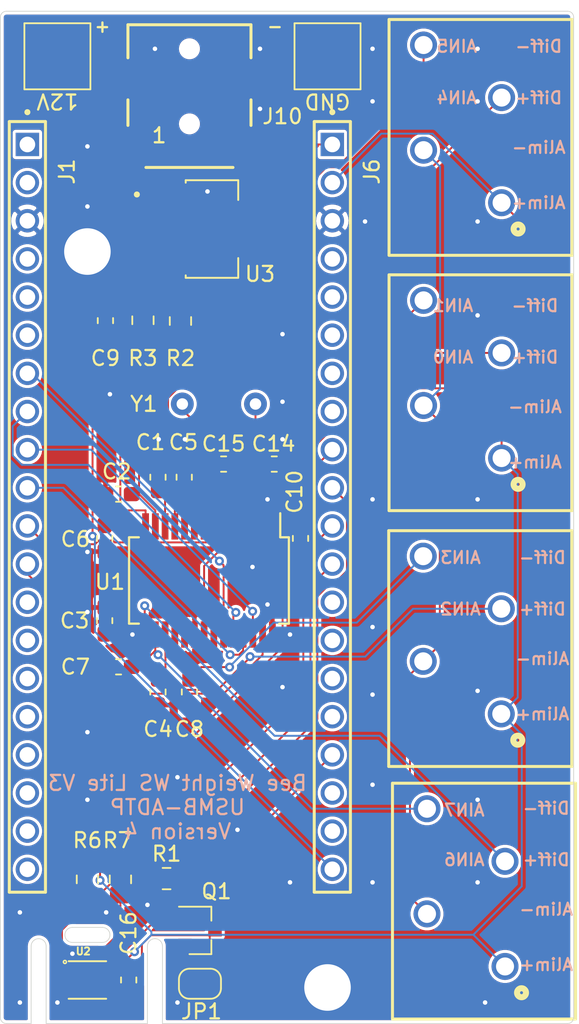
<source format=kicad_pcb>
(kicad_pcb (version 20171130) (host pcbnew "(5.1.4)-1")
  (title_block (title "Mesure Poids ADS1241 - HTIT-WSL_V3") (date 2023-08-30) (rev V4) (company ADTP) (comment 1 "Picolli board avec ajout de capteur de T°"))
  (layers (0 Front signal) (1 In1.Cu signal) (2 In2.Cu signal) (31 Back signal) (34 B.Paste user) (35 F.Paste user) (36 B.SilkS user) (37 F.SilkS user) (38 B.Mask user) (39 F.Mask user) (44 Edge.Cuts user))
  (net 0 "")
  (net 1 GND)
  (net 2 /AIN1)
  (net 3 /AIN4)
  (net 4 /AIN6)
  (net 5 /AIN2)
  (net 6 /AIN0)
  (net 7 /AIN5)
  (net 8 /AIN7)
  (net 9 /AIN3)
  (net 10 /3V3)
  (net 11 "Net-(C14-Pad2)")
  (net 12 "Net-(C15-Pad1)")
  (net 13 /GND_LowPower)
  (net 14 "Net-(J10-Pad3)")
  (net 15 "Net-(J1-Pad01)")
  (net 16 "Net-(J1-Pad02)")
  (net 17 "Net-(J1-Pad04)")
  (net 18 "Net-(J1-Pad05)")
  (net 19 "Net-(J1-Pad06)")
  (net 20 "Net-(J1-Pad13)")
  (net 21 "Net-(J1-Pad14)")
  (net 22 "Net-(J1-Pad15)")
  (net 23 "Net-(J1-Pad16)")
  (net 24 "Net-(J1-Pad17)")
  (net 25 "Net-(J1-Pad18)")
  (net 26 "Net-(J1-Pad19)")
  (net 27 "Net-(J1-Pad20)")
  (net 28 "Net-(J6-Pad04)")
  (net 29 "Net-(J6-Pad05)")
  (net 30 "Net-(J6-Pad06)")
  (net 31 "Net-(J6-Pad07)")
  (net 32 "Net-(J6-Pad08)")
  (net 33 "Net-(J6-Pad13)")
  (net 34 "Net-(J6-Pad14)")
  (net 35 "Net-(J6-Pad15)")
  (net 36 "Net-(J6-Pad16)")
  (net 37 "Net-(J6-Pad18)")
  (net 38 "Net-(J6-Pad19)")
  (net 39 /12V)
  (net 40 /VDD_5V)
  (net 41 /IO4_VBAT_12V)
  (net 42 /IO34_CS)
  (net 43 /IO35_MOSI)
  (net 44 /IO36_SCLK)
  (net 45 /IO37_MISO)
  (net 46 /IO38_PDWN)
  (net 47 /IO39_DRDY)
  (net 48 /IO18_SCL)
  (net 49 /IO21_SHT_RST)
  (net 50 /IO19_SHT_ALERT)
  (net 51 /IO17_SDA)
  (net 52 /IO7_CMD_MOS)
  (module USMB_Syl_Mont:ADS1241 (layer Front) (at 171.45 87.9 270)
    (fp_text reference U1 (at 0.1 12.95 180) (layer F.SilkS))
    (fp_text value ADS1241 hide)
    (pad 14 smd rect (at -3.6 10.575 270) (size 1.75 0.45) (layers Front F.Paste F.Mask) (net 7 /AIN5))
    (pad 28 smd rect (at 3.6 2.125 270) (size 1.75 0.45) (layers Front F.Paste F.Mask) (net 1 GND))
    (pad 6 smd rect (at -3.6 5.375 270) (size 1.75 0.45) (layers Front F.Paste F.Mask))
    (pad 24 smd rect (at 3.6 4.725 270) (size 1.75 0.45) (layers Front F.Paste F.Mask) (net 43 /IO35_MOSI))
    (pad 26 smd rect (at 3.6 3.425 270) (size 1.75 0.45) (layers Front F.Paste F.Mask) (net 44 /IO36_SCLK))
    (pad 11 smd rect (at -3.6 8.625 270) (size 1.75 0.45) (layers Front F.Paste F.Mask) (net 6 /AIN0))
    (pad 17 smd rect (at 3.6 9.275 270) (size 1.75 0.45) (layers Front F.Paste F.Mask) (net 5 /AIN2))
    (pad 12 smd rect (at -3.6 9.275 270) (size 1.75 0.45) (layers Front F.Paste F.Mask) (net 2 /AIN1))
    (pad 9 smd rect (at -3.6 7.325 270) (size 1.75 0.45) (layers Front F.Paste F.Mask) (net 10 /3V3))
    (pad 15 smd rect (at 3.6 10.575 270) (size 1.75 0.45) (layers Front F.Paste F.Mask) (net 4 /AIN6))
    (pad 19 smd rect (at 3.6 7.975 270) (size 1.75 0.45) (layers Front F.Paste F.Mask) (net 1 GND))
    (pad 20 smd rect (at 3.6 7.325 270) (size 1.75 0.45) (layers Front F.Paste F.Mask) (net 1 GND))
    (pad 10 smd rect (at -3.6 7.975 270) (size 1.75 0.45) (layers Front F.Paste F.Mask) (net 1 GND))
    (pad 22 smd rect (at 3.6 6.025 270) (size 1.75 0.45) (layers Front F.Paste F.Mask) (net 1 GND))
    (pad 7 smd rect (at -3.6 6.025 270) (size 1.75 0.45) (layers Front F.Paste F.Mask) (net 46 /IO38_PDWN))
    (pad 21 smd rect (at 3.6 6.675 270) (size 1.75 0.45) (layers Front F.Paste F.Mask) (net 10 /3V3))
    (pad 16 smd rect (at 3.6 9.925 270) (size 1.75 0.45) (layers Front F.Paste F.Mask) (net 8 /AIN7))
    (pad 23 smd rect (at 3.6 5.375 270) (size 1.75 0.45) (layers Front F.Paste F.Mask) (net 42 /IO34_CS))
    (pad 18 smd rect (at 3.6 8.625 270) (size 1.75 0.45) (layers Front F.Paste F.Mask) (net 9 /AIN3))
    (pad 27 smd rect (at 3.6 2.775 270) (size 1.75 0.45) (layers Front F.Paste F.Mask) (net 47 /IO39_DRDY))
    (pad 8 smd rect (at -3.6 6.675 270) (size 1.75 0.45) (layers Front F.Paste F.Mask))
    (pad 25 smd rect (at 3.6 4.075 270) (size 1.75 0.45) (layers Front F.Paste F.Mask) (net 45 /IO37_MISO))
    (pad 13 smd rect (at -3.6 9.925 270) (size 1.75 0.45) (layers Front F.Paste F.Mask) (net 3 /AIN4))
    (pad 1 smd rect (at -3.6 2.125 270) (size 1.75 0.45) (layers Front F.Paste F.Mask) (net 10 /3V3))
    (pad 3 smd rect (at -3.6 3.425 270) (size 1.75 0.45) (layers Front F.Paste F.Mask) (net 11 "Net-(C14-Pad2)"))
    (pad 2 smd rect (at -3.6 2.775 270) (size 1.75 0.45) (layers Front F.Paste F.Mask) (net 1 GND))
    (pad 5 smd rect (at -3.6 4.725 270) (size 1.75 0.45) (layers Front F.Paste F.Mask) (net 10 /3V3))
    (pad 4 smd rect (at -3.6 4.075 270) (size 1.75 0.45) (layers Front F.Paste F.Mask) (net 12 "Net-(C15-Pad1)"))
  )
  (module Jumper:SolderJumper-2_P1.3mm_Open_RoundedPad1.0x1.5mm (layer Front) (at 164.5 114.75 180)
    (fp_text reference JP1 (at -0.1 -1.85) (layer F.SilkS))
    (fp_text value SolderJumper_2_Open)
    (pad 2 smd custom (at 0.65 0 180) (size 1 0.5) (layers Front F.Mask) (net 1 GND) (options (clearance outline) (anchor rect)) (primitives (gr_circle (center 0 0.25) (end 0.5 0.25) (width 0)) (gr_circle (center 0 -0.25) (end 0.5 -0.25) (width 0)) (gr_poly (pts (xy 0 -0.75) (xy -0.5 -0.75) (xy -0.5 0.75) (xy 0 0.75)) (width 0))))
    (pad 1 smd custom (at -0.65 0 180) (size 1 0.5) (layers Front F.Mask) (net 13 /GND_LowPower) (options (clearance outline) (anchor rect)) (primitives (gr_circle (center 0 0.25) (end 0.5 0.25) (width 0)) (gr_circle (center 0 -0.25) (end 0.5 -0.25) (width 0)) (gr_poly (pts (xy 0 -0.75) (xy 0.5 -0.75) (xy 0.5 0.75) (xy 0 0.75)) (width 0))))
  )
  (module USMB_Syl_Mont:Crystal-4Mhz-TH-Wurth-830027298B (layer Front) (at 165.762 76.15 180)
    (fp_text reference Y1 (at 5 0) (layer F.SilkS))
    (fp_text value Crystal)
    (pad 2 thru_hole circle (at 2.4384 0 180) (size 1.524 1.524) (drill 0.762) (layers *.Cu *.Mask) (net 12 "Net-(C15-Pad1)"))
    (pad 1 thru_hole circle (at -2.4384 0 180) (size 1.524 1.524) (drill 0.762) (layers *.Cu *.Mask) (net 11 "Net-(C14-Pad2)"))
  )
  (module "USMB_Syl_Mont:TermBlock_1x04_P3.50mm Wurth_691412120004B" (layer Front) (at 182.228 108.349 90)
    (fp_text reference J3 hide)
    (fp_text value 691412120004B hide)
    (pad 4 thru_hole circle (at 5.25 -2.6 90) (size 1.8 1.8) (drill 1.2) (layers *.Cu *.Mask) (net 8 /AIN7))
    (pad 3 thru_hole circle (at 1.75 2.6 90) (size 1.8 1.8) (drill 1.2) (layers *.Cu *.Mask) (net 4 /AIN6))
    (pad 2 thru_hole circle (at -1.75 -2.6 90) (size 1.8 1.8) (drill 1.2) (layers *.Cu *.Mask) (net 13 /GND_LowPower))
    (pad 1 thru_hole circle (at -5.25 2.6 90) (size 1.8 1.8) (drill 1.2) (layers *.Cu *.Mask) (net 10 /3V3))
  )
  (module "USMB_Syl_Mont:TermBlock_1x04_P3.50mm Wurth_691412120004B" (layer Front) (at 182 74.5 90)
    (fp_text reference J5 hide)
    (fp_text value 691412120004B hide)
    (pad 4 thru_hole circle (at 5.25 -2.6 90) (size 1.8 1.8) (drill 1.2) (layers *.Cu *.Mask) (net 2 /AIN1))
    (pad 3 thru_hole circle (at 1.75 2.6 90) (size 1.8 1.8) (drill 1.2) (layers *.Cu *.Mask) (net 6 /AIN0))
    (pad 2 thru_hole circle (at -1.75 -2.6 90) (size 1.8 1.8) (drill 1.2) (layers *.Cu *.Mask) (net 13 /GND_LowPower))
    (pad 1 thru_hole circle (at -5.25 2.6 90) (size 1.8 1.8) (drill 1.2) (layers *.Cu *.Mask) (net 10 /3V3))
  )
  (module Capacitor_SMD:C_0603_1608Metric_Pad1.05x0.95mm_HandSolder (layer Front) (at 159.075 93.65 180)
    (fp_text reference C7 (at 2.875 0) (layer F.SilkS))
    (fp_text value 10nF)
    (pad 2 smd roundrect (at 0.875 0 180) (size 1.05 0.95) (layers Front F.Paste F.Mask) (net 1 GND))
    (pad 1 smd roundrect (at -0.875 0 180) (size 1.05 0.95) (layers Front F.Paste F.Mask) (net 8 /AIN7))
  )
  (module "USMB_Syl_Mont:TermBlock_1x04_P3.50mm Wurth_691412120004B" (layer Front) (at 181.978 91.5342 90)
    (fp_text reference J4 hide)
    (fp_text value 691412120004B hide)
    (pad 1 thru_hole circle (at -5.25 2.6 90) (size 1.8 1.8) (drill 1.2) (layers *.Cu *.Mask) (net 10 /3V3))
    (pad 2 thru_hole circle (at -1.75 -2.6 90) (size 1.8 1.8) (drill 1.2) (layers *.Cu *.Mask) (net 13 /GND_LowPower))
    (pad 3 thru_hole circle (at 1.75 2.6 90) (size 1.8 1.8) (drill 1.2) (layers *.Cu *.Mask) (net 5 /AIN2))
    (pad 4 thru_hole circle (at 5.25 -2.6 90) (size 1.8 1.8) (drill 1.2) (layers *.Cu *.Mask) (net 9 /AIN3))
  )
  (module Capacitor_SMD:C_0603_1608Metric_Pad1.05x0.95mm_HandSolder (layer Front) (at 161.7 81.025 90)
    (fp_text reference C1 (at 2.325 -0.5) (layer F.SilkS))
    (fp_text value 10nF)
    (pad 2 smd roundrect (at 0.875 0 90) (size 1.05 0.95) (layers Front F.Paste F.Mask) (net 1 GND))
    (pad 1 smd roundrect (at -0.875 0 90) (size 1.05 0.95) (layers Front F.Paste F.Mask) (net 2 /AIN1))
  )
  (module Capacitor_SMD:C_0603_1608Metric_Pad1.05x0.95mm_HandSolder (layer Front) (at 159.075 82.15 180)
    (fp_text reference C2 (at 0.125 1.5) (layer F.SilkS))
    (fp_text value 10nF)
    (pad 2 smd roundrect (at 0.875 0 180) (size 1.05 0.95) (layers Front F.Paste F.Mask) (net 1 GND))
    (pad 1 smd roundrect (at -0.875 0 180) (size 1.05 0.95) (layers Front F.Paste F.Mask) (net 3 /AIN4))
  )
  (module Capacitor_SMD:C_0603_1608Metric_Pad1.05x0.95mm_HandSolder (layer Front) (at 158.15 90.575 90)
    (fp_text reference C3 (at 0 -2) (layer F.SilkS))
    (fp_text value 10nF)
    (pad 1 smd roundrect (at -0.875 0 90) (size 1.05 0.95) (layers Front F.Paste F.Mask) (net 4 /AIN6))
    (pad 2 smd roundrect (at 0.875 0 90) (size 1.05 0.95) (layers Front F.Paste F.Mask) (net 1 GND))
  )
  (module Capacitor_SMD:C_0603_1608Metric_Pad1.05x0.95mm_HandSolder (layer Front) (at 161.7 95.325 270)
    (fp_text reference C4 (at 2.475 0) (layer F.SilkS))
    (fp_text value 10nF)
    (pad 1 smd roundrect (at -0.875 0 270) (size 1.05 0.95) (layers Front F.Paste F.Mask) (net 5 /AIN2))
    (pad 2 smd roundrect (at 0.875 0 270) (size 1.05 0.95) (layers Front F.Paste F.Mask) (net 1 GND))
  )
  (module Capacitor_SMD:C_0603_1608Metric_Pad1.05x0.95mm_HandSolder (layer Front) (at 163.45 81.025 90)
    (fp_text reference C5 (at 2.325 -0.05) (layer F.SilkS))
    (fp_text value 10nF)
    (pad 1 smd roundrect (at -0.875 0 90) (size 1.05 0.95) (layers Front F.Paste F.Mask) (net 6 /AIN0))
    (pad 2 smd roundrect (at 0.875 0 90) (size 1.05 0.95) (layers Front F.Paste F.Mask) (net 1 GND))
  )
  (module Capacitor_SMD:C_0603_1608Metric_Pad1.05x0.95mm_HandSolder (layer Front) (at 158.15 85.1 270)
    (fp_text reference C6 (at 0.05 1.95 180) (layer F.SilkS))
    (fp_text value 10nF)
    (pad 1 smd roundrect (at -0.875 0 270) (size 1.05 0.95) (layers Front F.Paste F.Mask) (net 7 /AIN5))
    (pad 2 smd roundrect (at 0.875 0 270) (size 1.05 0.95) (layers Front F.Paste F.Mask) (net 1 GND))
  )
  (module Capacitor_SMD:C_0603_1608Metric_Pad1.05x0.95mm_HandSolder (layer Front) (at 163.8 95.325 270)
    (fp_text reference C8 (at 2.475 0 180) (layer F.SilkS))
    (fp_text value 10nF)
    (pad 2 smd roundrect (at 0.875 0 270) (size 1.05 0.95) (layers Front F.Paste F.Mask) (net 1 GND))
    (pad 1 smd roundrect (at -0.875 0 270) (size 1.05 0.95) (layers Front F.Paste F.Mask) (net 9 /AIN3))
  )
  (module Capacitor_SMD:C_0603_1608Metric_Pad1.05x0.95mm_HandSolder (layer Front) (at 158.2 70.6 90)
    (fp_text reference C9 (at -2.5 0) (layer F.SilkS))
    (fp_text value 100nF)
    (pad 1 smd roundrect (at -0.875 0 90) (size 1.05 0.95) (layers Front F.Paste F.Mask) (net 41 /IO4_VBAT_12V))
    (pad 2 smd roundrect (at 0.875 0 90) (size 1.05 0.95) (layers Front F.Paste F.Mask) (net 1 GND))
  )
  (module Capacitor_SMD:C_0603_1608Metric_Pad1.05x0.95mm_HandSolder (layer Front) (at 171.2 85.1 90)
    (fp_text reference C10 (at 3.1 -0.4 90) (layer F.SilkS))
    (fp_text value 100nF)
    (pad 1 smd roundrect (at -0.875 0 90) (size 1.05 0.95) (layers Front F.Paste F.Mask) (net 1 GND))
    (pad 2 smd roundrect (at 0.875 0 90) (size 1.05 0.95) (layers Front F.Paste F.Mask) (net 10 /3V3))
  )
  (module Capacitor_SMD:C_0603_1608Metric_Pad1.05x0.95mm_HandSolder (layer Front) (at 169.45 80.15 180)
    (fp_text reference C14 (at 0.05 1.35) (layer F.SilkS))
    (fp_text value 18pF)
    (pad 2 smd roundrect (at 0.875 0 180) (size 1.05 0.95) (layers Front F.Paste F.Mask) (net 11 "Net-(C14-Pad2)"))
    (pad 1 smd roundrect (at -0.875 0 180) (size 1.05 0.95) (layers Front F.Paste F.Mask) (net 1 GND))
  )
  (module Capacitor_SMD:C_0603_1608Metric_Pad1.05x0.95mm_HandSolder (layer Front) (at 166.075 80.15 180)
    (fp_text reference C15 (at 0 1.35) (layer F.SilkS))
    (fp_text value 18pF)
    (pad 2 smd roundrect (at 0.875 0 180) (size 1.05 0.95) (layers Front F.Paste F.Mask) (net 1 GND))
    (pad 1 smd roundrect (at -0.875 0 180) (size 1.05 0.95) (layers Front F.Paste F.Mask) (net 12 "Net-(C15-Pad1)"))
  )
  (module Capacitor_SMD:C_0603_1608Metric_Pad1.05x0.95mm_HandSolder (layer Front) (at 159.75 114.5 270)
    (fp_text reference C16 (at -3.12 0.01 90) (layer F.SilkS))
    (fp_text value 100nF)
    (pad 2 smd roundrect (at 0.875 0 270) (size 1.05 0.95) (layers Front F.Paste F.Mask) (net 13 /GND_LowPower))
    (pad 1 smd roundrect (at -0.875 0 270) (size 1.05 0.95) (layers Front F.Paste F.Mask) (net 10 /3V3))
  )
  (module "USMB_Syl_Mont:TermBlock_1x04_P3.50mm Wurth_691412120004B" (layer Front) (at 182 57.5 90)
    (fp_text reference J2 hide)
    (fp_text value 691412120004B hide)
    (pad 4 thru_hole circle (at 5.25 -2.6 90) (size 1.8 1.8) (drill 1.2) (layers *.Cu *.Mask) (net 7 /AIN5))
    (pad 3 thru_hole circle (at 1.75 2.6 90) (size 1.8 1.8) (drill 1.2) (layers *.Cu *.Mask) (net 3 /AIN4))
    (pad 2 thru_hole circle (at -1.75 -2.6 90) (size 1.8 1.8) (drill 1.2) (layers *.Cu *.Mask) (net 13 /GND_LowPower))
    (pad 1 thru_hole circle (at -5.25 2.6 90) (size 1.8 1.8) (drill 1.2) (layers *.Cu *.Mask) (net 10 /3V3))
  )
  (module Package_TO_SOT_SMD:SOT-23 (layer Front) (at 164.5 111.2)
    (fp_text reference Q1 (at 1.1 -2.6) (layer F.SilkS))
    (fp_text value IRLML6244 hide)
    (pad 1 smd rect (at -1 -0.95) (size 0.9 0.8) (layers Front F.Paste F.Mask) (net 52 /IO7_CMD_MOS))
    (pad 2 smd rect (at -1 0.95) (size 0.9 0.8) (layers Front F.Paste F.Mask) (net 1 GND))
    (pad 3 smd rect (at 1 0) (size 0.9 0.8) (layers Front F.Paste F.Mask) (net 13 /GND_LowPower))
  )
  (module Resistor_SMD:R_0805_2012Metric_Pad1.15x1.40mm_HandSolder (layer Front) (at 162.275 107.75)
    (fp_text reference R1 (at 0 -1.65) (layer F.SilkS))
    (fp_text value 1M)
    (pad 2 smd roundrect (at 1.025 0) (size 1.15 1.4) (layers Front F.Paste F.Mask) (roundrect_rratio 0.217391) (net 52 /IO7_CMD_MOS))
    (pad 1 smd roundrect (at -1.025 0) (size 1.15 1.4) (layers Front F.Paste F.Mask) (roundrect_rratio 0.217391) (net 1 GND))
  )
  (module Resistor_SMD:R_0805_2012Metric_Pad1.15x1.40mm_HandSolder (layer Front) (at 163.2 70.625 90)
    (fp_text reference R2 (at -2.475 0) (layer F.SilkS))
    (fp_text value 560k)
    (pad 1 smd roundrect (at -1.025 0 90) (size 1.15 1.4) (layers Front F.Paste F.Mask) (roundrect_rratio 0.217391) (net 41 /IO4_VBAT_12V))
    (pad 2 smd roundrect (at 1.025 0 90) (size 1.15 1.4) (layers Front F.Paste F.Mask) (roundrect_rratio 0.217391) (net 39 /12V))
  )
  (module Resistor_SMD:R_0805_2012Metric_Pad1.15x1.40mm_HandSolder (layer Front) (at 160.7 70.575 270)
    (fp_text reference R3 (at 2.525 0) (layer F.SilkS))
    (fp_text value 100k)
    (pad 2 smd roundrect (at 1.025 0 270) (size 1.15 1.4) (layers Front F.Paste F.Mask) (roundrect_rratio 0.217391) (net 41 /IO4_VBAT_12V))
    (pad 1 smd roundrect (at -1.025 0 270) (size 1.15 1.4) (layers Front F.Paste F.Mask) (roundrect_rratio 0.217391) (net 1 GND))
  )
  (module Resistor_SMD:R_0805_2012Metric_Pad1.15x1.40mm_HandSolder (layer Front) (at 157 107.8 90)
    (fp_text reference R6 (at 2.6 0 180) (layer F.SilkS))
    (fp_text value 10K)
    (pad 1 smd roundrect (at -1.025 0 90) (size 1.15 1.4) (layers Front F.Paste F.Mask) (roundrect_rratio 0.217391) (net 48 /IO18_SCL))
    (pad 2 smd roundrect (at 1.025 0 90) (size 1.15 1.4) (layers Front F.Paste F.Mask) (roundrect_rratio 0.217391) (net 10 /3V3))
  )
  (module Resistor_SMD:R_0805_2012Metric_Pad1.15x1.40mm_HandSolder (layer Front) (at 159.2 107.8 90)
    (fp_text reference R7 (at 2.6 -0.2 180) (layer F.SilkS))
    (fp_text value 10K)
    (pad 1 smd roundrect (at -1.025 0 90) (size 1.15 1.4) (layers Front F.Paste F.Mask) (roundrect_rratio 0.217391) (net 51 /IO17_SDA))
    (pad 2 smd roundrect (at 1.025 0 90) (size 1.15 1.4) (layers Front F.Paste F.Mask) (roundrect_rratio 0.217391) (net 10 /3V3))
  )
  (module SHT30-DIS-B:DFN250X250X100-9N (layer Front) (at 157 114.5)
    (fp_text reference U2 (at -0.27628 -1.906764) (layer F.SilkS) (effects (font (size 0.480494 0.480494))))
    (fp_text value SHT30-DIS-B)
    (pad 1 smd rect (at -1.175 -0.75) (size 0.55 0.25) (layers Front F.Paste F.Mask) (net 51 /IO17_SDA))
    (pad 2 smd rect (at -1.175 -0.25) (size 0.55 0.25) (layers Front F.Paste F.Mask) (net 13 /GND_LowPower))
    (pad 3 smd rect (at -1.175 0.25) (size 0.55 0.25) (layers Front F.Paste F.Mask) (net 50 /IO19_SHT_ALERT))
    (pad 4 smd rect (at -1.175 0.75) (size 0.55 0.25) (layers Front F.Paste F.Mask) (net 48 /IO18_SCL))
    (pad 8 smd rect (at 1.175 -0.75) (size 0.55 0.25) (layers Front F.Paste F.Mask) (net 13 /GND_LowPower))
    (pad 7 smd rect (at 1.175 -0.25) (size 0.55 0.25) (layers Front F.Paste F.Mask) (net 13 /GND_LowPower))
    (pad 6 smd rect (at 1.175 0.25) (size 0.55 0.25) (layers Front F.Paste F.Mask) (net 49 /IO21_SHT_RST))
    (pad 5 smd rect (at 1.175 0.75) (size 0.55 0.25) (layers Front F.Paste F.Mask) (net 10 /3V3))
    (pad 9 smd rect (at 0 0) (size 1 1.7) (layers Front F.Mask) (net 13 /GND_LowPower))
  )
  (module 694103107102 (layer Front) (at 163.8 55 180)
    (fp_text reference J10 (at -6.2 -2) (layer F.SilkS))
    (fp_text value 694103107102)
    (fp_text user 1 (at 2.02 -3.27) (layer F.SilkS))
    (fp_text user 1 (at 2.02 -3.27) (layer F.SilkS))
    (pad 3 smd rect (at -4.3 -4) (size 2.2 2.2) (layers Front F.Paste F.Mask) (net 14 "Net-(J10-Pad3)"))
    (pad 2 smd rect (at -4.3 0.5) (size 2.2 2.2) (layers Front F.Paste F.Mask) (net 1 GND))
    (pad A1 smd rect (at 4.3 0.5) (size 2.2 2.2) (layers Front F.Paste F.Mask) (net 39 /12V))
    (pad 1 smd rect (at 4.3 -4) (size 2.2 2.2) (layers Front F.Paste F.Mask) (net 39 /12V))
    (pad None np_thru_hole circle (at 0 2.5 180) (size 1 1) (drill 1) (layers *.Cu *.Mask))
    (pad None np_thru_hole circle (at 0 -2.5 180) (size 1 1) (drill 1) (layers *.Cu *.Mask))
  )
  (module SAMTEC_SSW-120-01-X-S (layer Front) (at 153 83 270)
    (fp_text reference J1 (at -22.325 -2.635 90) (layer F.SilkS))
    (fp_text value SSW-120-01-X-S)
    (pad 01 thru_hole rect (at -24.13 0 270) (size 1.56 1.56) (drill 1.04) (layers *.Cu *.Mask) (net 15 "Net-(J1-Pad01)"))
    (pad 02 thru_hole circle (at -21.59 0 270) (size 1.56 1.56) (drill 1.04) (layers *.Cu *.Mask) (net 16 "Net-(J1-Pad02)"))
    (pad 03 thru_hole circle (at -19.05 0 270) (size 1.56 1.56) (drill 1.04) (layers *.Cu *.Mask) (net 1 GND))
    (pad 04 thru_hole circle (at -16.51 0 270) (size 1.56 1.56) (drill 1.04) (layers *.Cu *.Mask) (net 17 "Net-(J1-Pad04)"))
    (pad 05 thru_hole circle (at -13.97 0 270) (size 1.56 1.56) (drill 1.04) (layers *.Cu *.Mask) (net 18 "Net-(J1-Pad05)"))
    (pad 06 thru_hole circle (at -11.43 0 270) (size 1.56 1.56) (drill 1.04) (layers *.Cu *.Mask) (net 19 "Net-(J1-Pad06)"))
    (pad 07 thru_hole circle (at -8.89 0 270) (size 1.56 1.56) (drill 1.04) (layers *.Cu *.Mask) (net 42 /IO34_CS))
    (pad 08 thru_hole circle (at -6.35 0 270) (size 1.56 1.56) (drill 1.04) (layers *.Cu *.Mask) (net 43 /IO35_MOSI))
    (pad 09 thru_hole circle (at -3.81 0 270) (size 1.56 1.56) (drill 1.04) (layers *.Cu *.Mask) (net 44 /IO36_SCLK))
    (pad 10 thru_hole circle (at -1.27 0 270) (size 1.56 1.56) (drill 1.04) (layers *.Cu *.Mask) (net 45 /IO37_MISO))
    (pad 11 thru_hole circle (at 1.27 0 270) (size 1.56 1.56) (drill 1.04) (layers *.Cu *.Mask) (net 46 /IO38_PDWN))
    (pad 12 thru_hole circle (at 3.81 0 270) (size 1.56 1.56) (drill 1.04) (layers *.Cu *.Mask) (net 47 /IO39_DRDY))
    (pad 13 thru_hole circle (at 6.35 0 270) (size 1.56 1.56) (drill 1.04) (layers *.Cu *.Mask) (net 20 "Net-(J1-Pad13)"))
    (pad 14 thru_hole circle (at 8.89 0 270) (size 1.56 1.56) (drill 1.04) (layers *.Cu *.Mask) (net 21 "Net-(J1-Pad14)"))
    (pad 15 thru_hole circle (at 11.43 0 270) (size 1.56 1.56) (drill 1.04) (layers *.Cu *.Mask) (net 22 "Net-(J1-Pad15)"))
    (pad 16 thru_hole circle (at 13.97 0 270) (size 1.56 1.56) (drill 1.04) (layers *.Cu *.Mask) (net 23 "Net-(J1-Pad16)"))
    (pad 17 thru_hole circle (at 16.51 0 270) (size 1.56 1.56) (drill 1.04) (layers *.Cu *.Mask) (net 24 "Net-(J1-Pad17)"))
    (pad 18 thru_hole circle (at 19.05 0 270) (size 1.56 1.56) (drill 1.04) (layers *.Cu *.Mask) (net 25 "Net-(J1-Pad18)"))
    (pad 19 thru_hole circle (at 21.59 0 270) (size 1.56 1.56) (drill 1.04) (layers *.Cu *.Mask) (net 26 "Net-(J1-Pad19)"))
    (pad 20 thru_hole circle (at 24.13 0 270) (size 1.56 1.56) (drill 1.04) (layers *.Cu *.Mask) (net 27 "Net-(J1-Pad20)"))
  )
  (module SSW-120-01-X-S:SAMTEC_SSW-120-01-X-S (layer Front) (at 173.32 83 270)
    (fp_text reference J6 (at -22.325 -2.635 90) (layer F.SilkS))
    (fp_text value SSW-120-01-X-S)
    (pad 01 thru_hole rect (at -24.13 0 270) (size 1.56 1.56) (drill 1.04) (layers *.Cu *.Mask) (net 40 /VDD_5V))
    (pad 02 thru_hole circle (at -21.59 0 270) (size 1.56 1.56) (drill 1.04) (layers *.Cu *.Mask) (net 10 /3V3))
    (pad 03 thru_hole circle (at -19.05 0 270) (size 1.56 1.56) (drill 1.04) (layers *.Cu *.Mask) (net 1 GND))
    (pad 04 thru_hole circle (at -16.51 0 270) (size 1.56 1.56) (drill 1.04) (layers *.Cu *.Mask) (net 28 "Net-(J6-Pad04)"))
    (pad 05 thru_hole circle (at -13.97 0 270) (size 1.56 1.56) (drill 1.04) (layers *.Cu *.Mask) (net 29 "Net-(J6-Pad05)"))
    (pad 06 thru_hole circle (at -11.43 0 270) (size 1.56 1.56) (drill 1.04) (layers *.Cu *.Mask) (net 30 "Net-(J6-Pad06)"))
    (pad 07 thru_hole circle (at -8.89 0 270) (size 1.56 1.56) (drill 1.04) (layers *.Cu *.Mask) (net 31 "Net-(J6-Pad07)"))
    (pad 08 thru_hole circle (at -6.35 0 270) (size 1.56 1.56) (drill 1.04) (layers *.Cu *.Mask) (net 32 "Net-(J6-Pad08)"))
    (pad 09 thru_hole circle (at -3.81 0 270) (size 1.56 1.56) (drill 1.04) (layers *.Cu *.Mask) (net 48 /IO18_SCL))
    (pad 10 thru_hole circle (at -1.27 0 270) (size 1.56 1.56) (drill 1.04) (layers *.Cu *.Mask) (net 49 /IO21_SHT_RST))
    (pad 11 thru_hole circle (at 1.27 0 270) (size 1.56 1.56) (drill 1.04) (layers *.Cu *.Mask) (net 50 /IO19_SHT_ALERT))
    (pad 12 thru_hole circle (at 3.81 0 270) (size 1.56 1.56) (drill 1.04) (layers *.Cu *.Mask) (net 51 /IO17_SDA))
    (pad 13 thru_hole circle (at 6.35 0 270) (size 1.56 1.56) (drill 1.04) (layers *.Cu *.Mask) (net 33 "Net-(J6-Pad13)"))
    (pad 14 thru_hole circle (at 8.89 0 270) (size 1.56 1.56) (drill 1.04) (layers *.Cu *.Mask) (net 34 "Net-(J6-Pad14)"))
    (pad 15 thru_hole circle (at 11.43 0 270) (size 1.56 1.56) (drill 1.04) (layers *.Cu *.Mask) (net 35 "Net-(J6-Pad15)"))
    (pad 16 thru_hole circle (at 13.97 0 270) (size 1.56 1.56) (drill 1.04) (layers *.Cu *.Mask) (net 36 "Net-(J6-Pad16)"))
    (pad 17 thru_hole circle (at 16.51 0 270) (size 1.56 1.56) (drill 1.04) (layers *.Cu *.Mask) (net 52 /IO7_CMD_MOS))
    (pad 18 thru_hole circle (at 19.05 0 270) (size 1.56 1.56) (drill 1.04) (layers *.Cu *.Mask) (net 37 "Net-(J6-Pad18)"))
    (pad 19 thru_hole circle (at 21.59 0 270) (size 1.56 1.56) (drill 1.04) (layers *.Cu *.Mask) (net 38 "Net-(J6-Pad19)"))
    (pad 20 thru_hole circle (at 24.13 0 270) (size 1.56 1.56) (drill 1.04) (layers *.Cu *.Mask) (net 41 /IO4_VBAT_12V))
  )
  (module SOT230P700X180-4N (layer Front) (at 165.3 64.5)
    (fp_text reference U3 (at 3.2 3) (layer F.SilkS))
    (fp_text value LDL1117S50R)
    (pad 1 smd roundrect (at -3.015 -2.3) (size 1.98 0.93) (layers Front F.Paste F.Mask) (roundrect_rratio 0.12) (net 1 GND))
    (pad 2 smd roundrect (at -3.015 0) (size 1.98 0.93) (layers Front F.Paste F.Mask) (roundrect_rratio 0.12) (net 40 /VDD_5V))
    (pad 3 smd roundrect (at -3.015 2.3) (size 1.98 0.93) (layers Front F.Paste F.Mask) (roundrect_rratio 0.12) (net 39 /12V))
    (pad 4 smd roundrect (at 3.015 0) (size 1.98 3.23) (layers Front F.Paste F.Mask) (roundrect_rratio 0.4) (net 40 /VDD_5V))
  )
  (module TestPoint:TestPoint_Pad_4.0x4.0mm (layer Front) (at 173 53)
    (fp_text reference GND (at 0 3 180 unlocked) (layer F.SilkS))
    (fp_text value TestPoint)
    (pad 1 smd rect (at 0 0) (size 4 4) (layers Front F.Mask) (net 1 GND))
  )
  (module TestPoint:TestPoint_Pad_4.0x4.0mm (layer Front) (at 155 53)
    (fp_text reference 12V (at 0 3 180 unlocked) (layer F.SilkS))
    (fp_text value TestPoint)
    (pad 1 smd rect (at 0 0) (size 4 4) (layers Front F.Mask) (net 39 /12V))
  )
  (gr_text - (at 169.5 51) (layer F.SilkS) (effects (font (size 0.8128 0.8128) (thickness 0.1524))))
  (gr_text + (at 158 51) (layer F.SilkS) (effects (font (size 0.8128 0.8128) (thickness 0.1524))))
  (gr_line (start 153.25 117.4) (end 151.6 117.4) (layer Edge.Cuts) (width 0.05))
  (gr_line (start 161 117.4) (end 154.25 117.4) (layer Edge.Cuts) (width 0.05))
  (gr_line (start 189 117.4) (end 162 117.4) (layer Edge.Cuts) (width 0.05))
  (gr_line (start 161 117.25) (end 161 117.4) (layer Edge.Cuts) (width 0.05))
  (gr_line (start 162 117.25) (end 162 117.4) (layer Edge.Cuts) (width 0.05))
  (gr_line (start 154.25 117.25) (end 154.25 117.4) (layer Edge.Cuts) (width 0.05))
  (gr_line (start 153.25 117.25) (end 153.25 117.4) (layer Edge.Cuts) (width 0.05))
  (gr_arc (start 158 111.5) (end 158 112) (angle -180) (layer Edge.Cuts) (width 0.05))
  (gr_arc (start 156 111.5) (end 156 111) (angle -180) (layer Edge.Cuts) (width 0.05))
  (gr_line (start 158 112) (end 156 112) (layer Edge.Cuts) (width 0.05))
  (gr_line (start 156 111) (end 158 111) (layer Edge.Cuts) (width 0.05))
  (gr_arc (start 161.5 112.25) (end 162 112.25) (angle -180) (layer Edge.Cuts) (width 0.05))
  (gr_arc (start 153.75 112.25) (end 154.25 112.25) (angle -180) (layer Edge.Cuts) (width 0.05))
  (gr_line (start 153.25 112.25) (end 153.25 117.25) (layer Edge.Cuts) (width 0.05))
  (gr_line (start 154.25 117.25) (end 154.25 112.25) (layer Edge.Cuts) (width 0.05))
  (gr_line (start 162 112.25) (end 162 117.25) (layer Edge.Cuts) (width 0.05))
  (gr_line (start 161 117.25) (end 161 112.25) (layer Edge.Cuts) (width 0.05))
  (gr_arc (start 189 117) (end 189 117.4) (angle -90) (layer Edge.Cuts) (width 0.05))
  (gr_arc (start 151.6 117) (end 151.2 117) (angle -90) (layer Edge.Cuts) (width 0.05))
  (gr_arc (start 151.6 50.4) (end 151.6 50) (angle -90) (layer Edge.Cuts) (width 0.05))
  (gr_arc (start 189 50.4) (end 189.4 50.4) (angle -90) (layer Edge.Cuts) (width 0.05))
  (gr_line (start 189.4 117) (end 189.4 50.4) (layer Edge.Cuts) (width 0.05))
  (gr_line (start 151.2 50.4) (end 151.2 117) (layer Edge.Cuts) (width 0.05))
  (gr_line (start 189 50) (end 151.6 50) (layer Edge.Cuts) (width 0.05))
  (gr_text AIN2 (at 181.864 89.807) (layer B.SilkS) (effects (font (size 0.8 0.8)) (justify mirror)))
  (gr_text AIN3 (at 181.864 86.378) (layer B.SilkS) (effects (font (size 0.8 0.8)) (justify mirror)))
  (gr_text AIN7 (at 182.114 103.193) (layer B.SilkS) (effects (font (size 0.8 0.8)) (justify mirror)))
  (gr_text AIN6 (at 182.114 106.495) (layer B.SilkS) (effects (font (size 0.8 0.8)) (justify mirror)))
  (gr_text AIN5 (at 181.614 52.338) (layer B.SilkS) (effects (font (size 0.8 0.8)) (justify mirror)))
  (gr_text AIN4 (at 181.614 55.767) (layer B.SilkS) (effects (font (size 0.8 0.8)) (justify mirror)))
  (gr_text AIN1 (at 181.364 69.606) (layer B.SilkS) (effects (font (size 0.8 0.8)) (justify mirror)))
  (gr_text AIN0 (at 181.364 73.035) (layer B.SilkS) (effects (font (size 0.8 0.8)) (justify mirror)))
  (gr_text Diff+ (at 187.575 106.495) (layer B.SilkS) (effects (font (size 0.8 0.8)) (justify mirror)))
  (gr_text Alim+ (at 187.575 113.48) (layer B.SilkS) (effects (font (size 0.8 0.8)) (justify mirror)))
  (gr_text Diff- (at 187.575 103.066) (layer B.SilkS) (effects (font (size 0.8 0.8)) (justify mirror)))
  (gr_text Alim- (at 187.575 109.797) (layer B.SilkS) (effects (font (size 0.8 0.8)) (justify mirror)))
  (gr_text Alim- (at 187.075 59.069) (layer B.SilkS) (effects (font (size 0.8 0.8)) (justify mirror)))
  (gr_text Diff- (at 187.075 52.338) (layer B.SilkS) (effects (font (size 0.8 0.8)) (justify mirror)))
  (gr_text Diff+ (at 187.075 55.767) (layer B.SilkS) (effects (font (size 0.8 0.8)) (justify mirror)))
  (gr_text Alim+ (at 187.075 62.752) (layer B.SilkS) (effects (font (size 0.8 0.8)) (justify mirror)))
  (gr_text Diff+ (at 186.825 73.035) (layer B.SilkS) (effects (font (size 0.8 0.8)) (justify mirror)))
  (gr_text Alim+ (at 186.825 80.02) (layer B.SilkS) (effects (font (size 0.8 0.8)) (justify mirror)))
  (gr_text Diff- (at 186.825 69.606) (layer B.SilkS) (effects (font (size 0.8 0.8)) (justify mirror)))
  (gr_text Alim- (at 186.825 76.337) (layer B.SilkS) (effects (font (size 0.8 0.8)) (justify mirror)))
  (gr_text Diff- (at 187.325 86.378) (layer B.SilkS) (effects (font (size 0.8 0.8)) (justify mirror)))
  (gr_text Diff+ (at 187.325 89.807) (layer B.SilkS) (effects (font (size 0.8 0.8)) (justify mirror)))
  (gr_text Alim- (at 187.325 93.109) (layer B.SilkS) (effects (font (size 0.8 0.8)) (justify mirror)))
  (gr_text Alim+ (at 187.325 96.792) (layer B.SilkS) (effects (font (size 0.8 0.8)) (justify mirror)))
  (gr_text "Bee Weight WS Lite V3\nUSMB-ADTP\nVersion 4" (at 163 103) (layer B.SilkS) (effects (font (size 1 1)) (justify mirror)))
  (via (at 157 66) (size 3.5) (drill 3.1) (layers Front Back) (net 1))
  (segment (start 172.4 53.6) (end 173 53) (width 0.3) (layer Front) (net 1))
  (via (at 175.5 64) (size 0.6) (layers Front Back) (net 1))
  (via (at 170.5 91.5) (size 0.6) (layers Front Back) (net 1))
  (via (at 157 90) (size 0.6) (layers Front Back) (net 1))
  (via (at 157 86) (size 0.6) (layers Front Back) (net 1))
  (via (at 176 52.5) (size 0.6) (layers Front Back) (net 1))
  (via (at 176 56) (size 0.6) (layers Front Back) (net 1))
  (via (at 168.5 56.5) (size 0.6) (layers Front Back) (net 1))
  (via (at 168.5 52.5) (size 0.6) (layers Front Back) (net 1))
  (via (at 165 62) (size 0.6) (layers Front Back) (net 1))
  (via (at 163 116) (size 0.6) (layers Front Back) (net 1))
  (via (at 169 82.5) (size 0.6) (drill 0.3) (layers Front Back) (net 1))
  (via (at 176 82.5) (size 0.6) (drill 0.3) (layers Front Back) (net 1))
  (via (at 183 82.5) (size 0.6) (drill 0.3) (layers Front Back) (net 1))
  (via (at 176 95.5) (size 0.6) (drill 0.3) (layers Front Back) (net 1))
  (via (at 183 95.25) (size 0.6) (drill 0.3) (layers Front Back) (net 1))
  (via (at 183 70.25) (size 0.6) (drill 0.3) (layers Front Back) (net 1))
  (via (at 183 64) (size 0.6) (drill 0.3) (layers Front Back) (net 1))
  (via (at 183 56) (size 0.6) (drill 0.3) (layers Front Back) (net 1))
  (via (at 183 52.5) (size 0.6) (drill 0.3) (layers Front Back) (net 1))
  (via (at 183 102.5) (size 0.6) (drill 0.3) (layers Front Back) (net 1))
  (via (at 183 108) (size 0.6) (drill 0.3) (layers Front Back) (net 1))
  (via (at 183.5 116) (size 0.6) (drill 0.3) (layers Front Back) (net 1))
  (via (at 152.5 116) (size 0.6) (drill 0.3) (layers Front Back) (net 1))
  (via (at 155 116) (size 0.6) (drill 0.3) (layers Front Back) (net 1))
  (via (at 152.5 110) (size 0.6) (drill 0.3) (layers Front Back) (net 1))
  (via (at 160 91.5) (size 0.6) (drill 0.3) (layers Front Back) (net 1))
  (via (at 170.5 108) (size 0.6) (drill 0.3) (layers Front Back) (net 1))
  (via (at 167 104.5) (size 0.6) (drill 0.3) (layers Front Back) (net 1))
  (via (at 156 112.75) (size 0.6) (drill 0.3) (layers Front Back) (net 1))
  (via (at 158.25 110) (size 0.6) (drill 0.3) (layers Front Back) (net 1))
  (via (at 161 109.5) (size 0.6) (drill 0.3) (layers Front Back) (net 1))
  (via (at 157 98) (size 0.6) (drill 0.3) (layers Front Back) (net 1))
  (via (at 157 102.5) (size 0.6) (drill 0.3) (layers Front Back) (net 1))
  (via (at 157 63) (size 0.6) (drill 0.3) (layers Front Back) (net 1))
  (via (at 157 59) (size 0.6) (drill 0.3) (layers Front Back) (net 1))
  (via (at 161.5 52.5) (size 0.6) (drill 0.3) (layers Front Back) (net 1))
  (via (at 170 71.5) (size 0.6) (drill 0.3) (layers Front Back) (net 1))
  (via (at 170 76) (size 0.6) (drill 0.3) (layers Front Back) (net 1))
  (via (at 176 91) (size 0.6) (drill 0.3) (layers Front Back) (net 1))
  (via (at 176 101.5) (size 0.6) (drill 0.3) (layers Front Back) (net 1))
  (via (at 176 108) (size 0.6) (drill 0.3) (layers Front Back) (net 1))
  (via (at 168 87) (size 0.6) (drill 0.3) (layers Front Back) (net 1))
  (via (at 158.5 75.5) (size 0.6) (drill 0.3) (layers Front Back) (net 1))
  (via (at 163.5 78.5) (size 0.6) (drill 0.3) (layers Front Back) (net 1))
  (via (at 170 78.5) (size 0.6) (drill 0.3) (layers Front Back) (net 1))
  (via (at 161.75 78.5) (size 0.6) (drill 0.3) (layers Front Back) (net 1))
  (via (at 169 89.5) (size 0.6) (drill 0.3) (layers Front Back) (net 1))
  (via (at 173 115) (size 3.5) (drill 3.1) (layers Front Back) (net 1))
  (via (at 170 95) (size 0.6) (drill 0.3) (layers Front Back) (net 1))
  (via (at 163 101) (size 0.6) (drill 0.3) (layers Front Back) (net 1))
  (segment (start 162.175 84.3) (end 162.175 82.375) (width 0.127) (layer Front) (net 2))
  (segment (start 162.175 82.375) (end 161.7 81.9) (width 0.127) (layer Front) (net 2))
  (segment (start 161.7 81.9) (end 161.011 81.211) (width 0.127) (layer Front) (net 2))
  (segment (start 161.011 81.211) (end 161.011 76.6949) (width 0.127) (layer Front) (net 2))
  (segment (start 161.011 76.6949) (end 167.4059 70.3) (width 0.127) (layer Front) (net 2))
  (segment (start 167.4059 70.3) (end 178.35 70.3) (width 0.127) (layer Front) (net 2))
  (segment (start 178.35 70.3) (end 179.4 69.25) (width 0.127) (layer Front) (net 2))
  (segment (start 160.4408 82.15) (end 161.525 83.2342) (width 0.127) (layer Front) (net 3))
  (segment (start 159.95 82.15) (end 160.4408 82.15) (width 0.127) (layer Front) (net 3))
  (segment (start 184.6 55.75) (end 175.13 65.22) (width 0.127) (layer Front) (net 3))
  (segment (start 175.13 65.22) (end 172.0673 65.22) (width 0.127) (layer Front) (net 3))
  (segment (start 172.0673 65.22) (end 160.4408 76.8465) (width 0.127) (layer Front) (net 3))
  (segment (start 160.4408 76.8465) (end 160.4408 82.15) (width 0.127) (layer Front) (net 3))
  (segment (start 161.525 84.3) (end 161.525 83.2342) (width 0.127) (layer Front) (net 3))
  (segment (start 160.875 91.5) (end 160.875 90.4342) (width 0.127) (layer Front) (net 4))
  (segment (start 160.8171 90.4342) (end 160.875 90.4342) (width 0.127) (layer Front) (net 4))
  (segment (start 158.15 91.45) (end 159.1658 90.4342) (width 0.127) (layer Front) (net 4))
  (segment (start 159.1658 90.4342) (end 160.8171 90.4342) (width 0.127) (layer Front) (net 4))
  (segment (start 160.8171 89.586) (end 160.8171 90.4342) (width 0.127) (layer Front) (net 4))
  (segment (start 184.828 106.599) (end 176.469 98.24) (width 0.127) (layer Back) (net 4))
  (segment (start 176.469 98.24) (end 169.4711 98.24) (width 0.127) (layer Back) (net 4))
  (segment (start 169.4711 98.24) (end 160.8171 89.586) (width 0.127) (layer Back) (net 4))
  (via (at 160.8171 89.586) (size 0.6) (layers Front Back) (net 4))
  (segment (start 162.1554 93.9946) (end 162.2018 93.9482) (width 0.127) (layer Front) (net 5))
  (segment (start 162.2018 93.9482) (end 162.2018 92.5926) (width 0.127) (layer Front) (net 5))
  (segment (start 162.2018 92.5926) (end 162.175 92.5658) (width 0.127) (layer Front) (net 5))
  (segment (start 161.7 94.45) (end 162.1554 93.9946) (width 0.127) (layer Front) (net 5))
  (segment (start 162.1554 93.9946) (end 163.3427 95.182) (width 0.127) (layer Front) (net 5))
  (segment (start 163.3427 95.182) (end 165.6798 95.182) (width 0.127) (layer Front) (net 5))
  (segment (start 165.6798 95.182) (end 167.8362 93.0256) (width 0.127) (layer Front) (net 5))
  (segment (start 167.8362 93.0256) (end 167.8362 92.9706) (width 0.127) (layer Front) (net 5))
  (segment (start 167.8362 92.9706) (end 175.5117 92.9706) (width 0.127) (layer Back) (net 5))
  (segment (start 175.5117 92.9706) (end 178.6981 89.7842) (width 0.127) (layer Back) (net 5))
  (segment (start 178.6981 89.7842) (end 184.578 89.7842) (width 0.127) (layer Back) (net 5))
  (segment (start 162.175 91.5) (end 162.175 92.5658) (width 0.127) (layer Front) (net 5))
  (via (at 167.8362 92.9706) (size 0.6) (layers Front Back) (net 5))
  (segment (start 163.45 81.9) (end 162.3707 80.8207) (width 0.127) (layer Front) (net 6))
  (segment (start 162.3707 80.8207) (end 162.3707 75.7535) (width 0.127) (layer Front) (net 6))
  (segment (start 162.3707 75.7535) (end 165.3742 72.75) (width 0.127) (layer Front) (net 6))
  (segment (start 165.3742 72.75) (end 184.6 72.75) (width 0.127) (layer Front) (net 6))
  (segment (start 162.825 84.3) (end 162.825 82.525) (width 0.127) (layer Front) (net 6))
  (segment (start 162.825 82.525) (end 163.45 81.9) (width 0.127) (layer Front) (net 6))
  (segment (start 159.195 83.2342) (end 160.875 83.2342) (width 0.127) (layer Front) (net 7))
  (segment (start 158.15 84.225) (end 159.1408 83.2342) (width 0.127) (layer Front) (net 7))
  (segment (start 159.1408 83.2342) (end 159.195 83.2342) (width 0.127) (layer Front) (net 7))
  (segment (start 179.4 52.25) (end 179.4 54.6367) (width 0.127) (layer Front) (net 7))
  (segment (start 179.4 54.6367) (end 173.6496 60.3871) (width 0.127) (layer Front) (net 7))
  (segment (start 173.6496 60.3871) (end 172.925 60.3871) (width 0.127) (layer Front) (net 7))
  (segment (start 172.925 60.3871) (end 170.8497 62.4624) (width 0.127) (layer Front) (net 7))
  (segment (start 170.8497 62.4624) (end 170.8497 65.3986) (width 0.127) (layer Front) (net 7))
  (segment (start 170.8497 65.3986) (end 159.195 77.0533) (width 0.127) (layer Front) (net 7))
  (segment (start 159.195 77.0533) (end 159.195 83.2342) (width 0.127) (layer Front) (net 7))
  (segment (start 160.875 84.3) (end 160.875 83.2342) (width 0.127) (layer Front) (net 7))
  (segment (start 161.4758 92.615) (end 161.525 92.5658) (width 0.127) (layer Front) (net 8))
  (segment (start 159.95 93.65) (end 160.4408 93.65) (width 0.127) (layer Front) (net 8))
  (segment (start 160.4408 93.65) (end 161.4758 92.615) (width 0.127) (layer Front) (net 8))
  (segment (start 161.7058 92.845) (end 161.4758 92.615) (width 0.127) (layer Front) (net 8))
  (segment (start 179.628 103.099) (end 171.9598 103.099) (width 0.127) (layer Back) (net 8))
  (segment (start 171.9598 103.099) (end 161.7058 92.845) (width 0.127) (layer Back) (net 8))
  (segment (start 161.525 91.5) (end 161.525 92.5658) (width 0.127) (layer Front) (net 8))
  (via (at 161.7058 92.845) (size 0.6) (layers Front Back) (net 8))
  (segment (start 179.378 86.2842) (end 174.9522 90.71) (width 0.127) (layer Back) (net 9))
  (segment (start 174.9522 90.71) (end 169.4028 90.71) (width 0.127) (layer Back) (net 9))
  (segment (start 169.4028 90.71) (end 166.4723 93.6405) (width 0.127) (layer Back) (net 9))
  (segment (start 166.4723 93.6405) (end 166.4723 93.6674) (width 0.127) (layer Back) (net 9))
  (segment (start 164.2546 93.9954) (end 163.8 94.45) (width 0.127) (layer Front) (net 9))
  (segment (start 166.4723 93.6674) (end 164.5826 93.6674) (width 0.127) (layer Front) (net 9))
  (segment (start 164.5826 93.6674) (end 164.2546 93.9954) (width 0.127) (layer Front) (net 9))
  (segment (start 162.825 92.5658) (end 164.2546 93.9954) (width 0.127) (layer Front) (net 9))
  (segment (start 162.825 91.5) (end 162.825 92.5658) (width 0.127) (layer Front) (net 9))
  (via (at 166.4723 93.6674) (size 0.6) (layers Front Back) (net 9))
  (segment (start 161.266 111.4897) (end 182.7187 111.4897) (width 0.127) (layer Back) (net 10))
  (segment (start 160.1388 112.6169) (end 161.266 111.4897) (width 0.127) (layer Back) (net 10))
  (segment (start 161.266 111.4897) (end 161.266 111.2874) (width 0.127) (layer Back) (net 10))
  (segment (start 161.266 111.2874) (end 157.8426 107.864) (width 0.127) (layer Back) (net 10))
  (segment (start 157.8426 106.775) (end 159.2 106.775) (width 0.127) (layer Front) (net 10))
  (segment (start 157 106.775) (end 157.8426 106.775) (width 0.127) (layer Front) (net 10))
  (segment (start 157.8426 107.864) (end 157.8426 106.775) (width 0.127) (layer Front) (net 10))
  (segment (start 182.7187 111.4897) (end 184.828 113.599) (width 0.127) (layer Back) (net 10))
  (segment (start 184.578 96.7842) (end 185.9439 98.1501) (width 0.127) (layer Back) (net 10))
  (segment (start 185.9439 98.1501) (end 185.9439 108.2645) (width 0.127) (layer Back) (net 10))
  (segment (start 185.9439 108.2645) (end 182.7187 111.4897) (width 0.127) (layer Back) (net 10))
  (segment (start 184.6 79.75) (end 185.6745 80.8245) (width 0.127) (layer Back) (net 10))
  (segment (start 185.6745 80.8245) (end 185.6745 95.6877) (width 0.127) (layer Back) (net 10))
  (segment (start 185.6745 95.6877) (end 184.578 96.7842) (width 0.127) (layer Back) (net 10))
  (segment (start 184.6 75.1057) (end 177.3836 75.1057) (width 0.127) (layer Front) (net 10))
  (segment (start 177.3836 75.1057) (end 174.5693 77.92) (width 0.127) (layer Front) (net 10))
  (segment (start 174.5693 77.92) (end 173.1934 77.92) (width 0.127) (layer Front) (net 10))
  (segment (start 173.1934 77.92) (end 171.4 79.7134) (width 0.127) (layer Front) (net 10))
  (segment (start 171.4 79.7134) (end 171.4 84.225) (width 0.127) (layer Front) (net 10))
  (segment (start 184.6 62.75) (end 185.7584 63.9084) (width 0.127) (layer Front) (net 10))
  (segment (start 185.7584 63.9084) (end 185.7584 73.9473) (width 0.127) (layer Front) (net 10))
  (segment (start 185.7584 73.9473) (end 184.6 75.1057) (width 0.127) (layer Front) (net 10))
  (segment (start 184.6 75.1057) (end 184.6 79.75) (width 0.127) (layer Front) (net 10))
  (segment (start 158.175 115.25) (end 158.6408 115.25) (width 0.127) (layer Front) (net 10))
  (segment (start 159.75 113.625) (end 159.75 114.1408) (width 0.127) (layer Front) (net 10))
  (segment (start 159.75 114.1408) (end 158.6408 115.25) (width 0.127) (layer Front) (net 10))
  (segment (start 160.1388 112.6169) (end 159.75 113.0057) (width 0.127) (layer Front) (net 10))
  (segment (start 159.75 113.0057) (end 159.75 113.625) (width 0.127) (layer Front) (net 10))
  (segment (start 171.4 84.225) (end 169.5625 84.225) (width 0.127) (layer Front) (net 10))
  (segment (start 169.5625 84.225) (end 169.325 84.4625) (width 0.127) (layer Front) (net 10))
  (segment (start 169.325 84.3) (end 169.325 84.4625) (width 0.127) (layer Front) (net 10))
  (segment (start 173.32 61.41) (end 176.5791 58.1509) (width 0.127) (layer Back) (net 10))
  (segment (start 176.5791 58.1509) (end 180.0009 58.1509) (width 0.127) (layer Back) (net 10))
  (segment (start 180.0009 58.1509) (end 184.6 62.75) (width 0.127) (layer Back) (net 10))
  (segment (start 164.125 84.3) (end 164.125 83.2342) (width 0.127) (layer Front) (net 10))
  (segment (start 166.725 84.3) (end 166.725 83.2342) (width 0.127) (layer Front) (net 10))
  (segment (start 166.725 83.2342) (end 164.125 83.2342) (width 0.127) (layer Front) (net 10))
  (via (at 157.8426 107.864) (size 0.6) (layers Front Back) (net 10))
  (via (at 160.1388 112.6169) (size 0.6) (layers Front Back) (net 10))
  (segment (start 169.25 85.75) (end 166.725 85.75) (width 0.127) (layer Front) (net 10))
  (segment (start 169.325 84.4625) (end 169.325 85.675) (width 0.127) (layer Front) (net 10))
  (segment (start 169.325 85.675) (end 169.25 85.75) (width 0.127) (layer Front) (net 10))
  (segment (start 164.775 86.935) (end 164.775 91.5) (width 0.127) (layer Front) (net 10))
  (segment (start 165.96 85.75) (end 164.775 86.935) (width 0.127) (layer Front) (net 10))
  (segment (start 166.725 84.3) (end 166.725 85.75) (width 0.127) (layer Front) (net 10))
  (segment (start 166.725 85.75) (end 165.96 85.75) (width 0.127) (layer Front) (net 10))
  (segment (start 168.2004 76.15) (end 168.2004 79.7754) (width 0.127) (layer Front) (net 11))
  (segment (start 168.2004 79.7754) (end 168.575 80.15) (width 0.127) (layer Front) (net 11))
  (segment (start 168.575 80.15) (end 168.025 80.7) (width 0.127) (layer Front) (net 11))
  (segment (start 168.025 80.7) (end 168.025 84.3) (width 0.127) (layer Front) (net 11))
  (segment (start 166.95 80.15) (end 163.3236 76.5236) (width 0.127) (layer Front) (net 12))
  (segment (start 163.3236 76.5236) (end 163.3236 76.15) (width 0.127) (layer Front) (net 12))
  (segment (start 167.375 84.3) (end 167.375 80.575) (width 0.127) (layer Front) (net 12))
  (segment (start 167.375 80.575) (end 166.95 80.15) (width 0.127) (layer Front) (net 12))
  (segment (start 179.4 76.25) (end 180.498 75.152) (width 0.127) (layer Back) (net 13))
  (segment (start 180.498 75.152) (end 180.498 60.348) (width 0.127) (layer Back) (net 13))
  (segment (start 180.498 60.348) (end 179.4 59.25) (width 0.127) (layer Back) (net 13))
  (segment (start 157 114.5) (end 157 115.5408) (width 0.127) (layer Front) (net 13))
  (segment (start 157 115.5408) (end 157.0627 115.6035) (width 0.127) (layer Front) (net 13))
  (segment (start 157.0627 115.6035) (end 159.5215 115.6035) (width 0.127) (layer Front) (net 13))
  (segment (start 159.5215 115.6035) (end 159.75 115.375) (width 0.127) (layer Front) (net 13))
  (segment (start 157 114.3596) (end 157 114.5) (width 0.127) (layer Front) (net 13))
  (segment (start 159.75 115.375) (end 160.6296 114.4954) (width 0.127) (layer Front) (net 13))
  (segment (start 160.6296 114.4954) (end 160.6296 112.1315) (width 0.127) (layer Front) (net 13))
  (segment (start 160.6296 112.1315) (end 161.2409 111.5202) (width 0.127) (layer Front) (net 13))
  (segment (start 161.2409 111.5202) (end 165.15 111.5202) (width 0.127) (layer Front) (net 13))
  (segment (start 165.15 111.5202) (end 165.15 114.75) (width 0.127) (layer Front) (net 13))
  (segment (start 165.5 111.2) (end 165.4702 111.2) (width 0.127) (layer Front) (net 13))
  (segment (start 165.4702 111.2) (end 165.15 111.5202) (width 0.127) (layer Front) (net 13))
  (segment (start 179.4 76.25) (end 180.4812 77.3312) (width 0.127) (layer Front) (net 13))
  (segment (start 180.4812 77.3312) (end 180.4812 92.181) (width 0.127) (layer Front) (net 13))
  (segment (start 180.4812 92.181) (end 179.378 93.2842) (width 0.127) (layer Front) (net 13))
  (segment (start 158.175 113.75) (end 157.7092 113.75) (width 0.127) (layer Front) (net 13))
  (segment (start 157 114.25) (end 157.7092 114.25) (width 0.127) (layer Front) (net 13))
  (segment (start 157.7092 114.25) (end 157.7092 113.75) (width 0.127) (layer Front) (net 13))
  (segment (start 158.175 114.25) (end 157.7092 114.25) (width 0.127) (layer Front) (net 13))
  (segment (start 157 114.2894) (end 157 114.25) (width 0.127) (layer Front) (net 13))
  (segment (start 157 114.25) (end 156.2908 114.25) (width 0.127) (layer Front) (net 13))
  (segment (start 155.825 114.25) (end 156.2908 114.25) (width 0.127) (layer Front) (net 13))
  (segment (start 157 114.3596) (end 157 114.2894) (width 0.127) (layer Front) (net 13))
  (segment (start 165.5 111.2) (end 165.5 110.6092) (width 0.127) (layer Front) (net 13))
  (segment (start 178.4934 108.9644) (end 179.628 110.099) (width 0.127) (layer Front) (net 13))
  (segment (start 179.378 93.2842) (end 178.4934 94.1688) (width 0.127) (layer Front) (net 13))
  (segment (start 178.4934 94.1688) (end 178.4934 108.9644) (width 0.127) (layer Front) (net 13))
  (segment (start 178.4934 108.9644) (end 167.1448 108.9644) (width 0.127) (layer Front) (net 13))
  (segment (start 167.1448 108.9644) (end 165.5 110.6092) (width 0.127) (layer Front) (net 13))
  (segment (start 161.8748 66.8) (end 163.2 68.1252) (width 0.127) (layer Front) (net 39))
  (segment (start 163.2 68.1252) (end 163.2 69.6) (width 0.127) (layer Front) (net 39))
  (segment (start 161.8748 66.8) (end 160.8 66.8) (width 0.6) (layer Front) (net 39))
  (segment (start 160.8 66.8) (end 159.5 65.5) (width 0.6) (layer Front) (net 39))
  (segment (start 159.5 65.5) (end 159.5 59) (width 0.6) (layer Front) (net 39))
  (segment (start 162.285 66.8) (end 161.8748 66.8) (width 0.6) (layer Front) (net 39))
  (segment (start 155.6 53.6) (end 155 53) (width 0.6) (layer Front) (net 39))
  (segment (start 159.5 54.5) (end 156.5 54.5) (width 0.6) (layer Front) (net 39))
  (segment (start 156.5 54.5) (end 155.6 53.6) (width 0.6) (layer Front) (net 39))
  (segment (start 159.5 59) (end 159.5 54.5) (width 0.6) (layer Front) (net 39))
  (segment (start 155.6 53.6) (end 155 53) (width 0.3) (layer Front) (net 39))
  (segment (start 173.32 58.87) (end 172.3492 58.87) (width 0.127) (layer Front) (net 40))
  (segment (start 166.8393 64.5) (end 172.3492 58.9901) (width 0.127) (layer Front) (net 40))
  (segment (start 172.3492 58.9901) (end 172.3492 58.87) (width 0.127) (layer Front) (net 40))
  (segment (start 166.8393 64.5) (end 168.315 64.5) (width 0.6) (layer Front) (net 40))
  (segment (start 162.285 64.5) (end 166.8393 64.5) (width 0.6) (layer Front) (net 40))
  (segment (start 160.7 71.6) (end 163.15 71.6) (width 0.127) (layer Front) (net 41))
  (segment (start 163.15 71.6) (end 163.2 71.65) (width 0.127) (layer Front) (net 41))
  (segment (start 158.325 71.6) (end 160.7 71.6) (width 0.127) (layer Front) (net 41))
  (segment (start 173.32 107.13) (end 157.4966 91.3066) (width 0.127) (layer Back) (net 41))
  (segment (start 157.4966 91.3066) (end 157.4966 85.1048) (width 0.127) (layer Back) (net 41))
  (segment (start 157.4966 85.1048) (end 157.3424 84.9506) (width 0.127) (layer Back) (net 41))
  (segment (start 158.325 71.6) (end 158.2 71.475) (width 0.127) (layer Front) (net 41))
  (segment (start 157.3424 84.9506) (end 157.3424 72.5826) (width 0.127) (layer Front) (net 41))
  (segment (start 157.3424 72.5826) (end 158.325 71.6) (width 0.127) (layer Front) (net 41))
  (via (at 157.3424 84.9506) (size 0.6) (layers Front Back) (net 41))
  (segment (start 165.795 86.609) (end 166.075 86.889) (width 0.127) (layer Front) (net 42))
  (segment (start 166.075 86.889) (end 166.075 91.5) (width 0.127) (layer Front) (net 42))
  (segment (start 153 74.11) (end 153.296 74.11) (width 0.127) (layer Back) (net 42))
  (segment (start 153.296 74.11) (end 165.795 86.609) (width 0.127) (layer Back) (net 42))
  (via (at 165.795 86.609) (size 0.6) (layers Front Back) (net 42))
  (segment (start 166.89 90.0275) (end 166.725 90.1925) (width 0.127) (layer Front) (net 43))
  (segment (start 166.725 90.1925) (end 166.725 91.5) (width 0.127) (layer Front) (net 43))
  (segment (start 153 76.65) (end 152.0203 77.6297) (width 0.127) (layer Back) (net 43))
  (segment (start 152.0203 77.6297) (end 152.0203 79.5877) (width 0.127) (layer Back) (net 43))
  (segment (start 152.0203 79.5877) (end 152.635 80.2024) (width 0.127) (layer Back) (net 43))
  (segment (start 152.635 80.2024) (end 157.0649 80.2024) (width 0.127) (layer Back) (net 43))
  (segment (start 157.0649 80.2024) (end 166.89 90.0275) (width 0.127) (layer Back) (net 43))
  (via (at 166.89 90.0275) (size 0.6) (layers Front Back) (net 43))
  (segment (start 168.0067 89.9522) (end 168.025 89.9705) (width 0.127) (layer Front) (net 44))
  (segment (start 168.025 89.9705) (end 168.025 91.5) (width 0.127) (layer Front) (net 44))
  (segment (start 153 79.19) (end 157.2445 79.19) (width 0.127) (layer Back) (net 44))
  (segment (start 157.2445 79.19) (end 168.0067 89.9522) (width 0.127) (layer Back) (net 44))
  (via (at 168.0067 89.9522) (size 0.6) (layers Front Back) (net 44))
  (segment (start 167.375 91.5) (end 167.375 92.5658) (width 0.127) (layer Front) (net 45))
  (segment (start 166.5098 92.8436) (end 167.0972 92.8436) (width 0.127) (layer Front) (net 45))
  (segment (start 167.0972 92.8436) (end 167.375 92.5658) (width 0.127) (layer Front) (net 45))
  (segment (start 153 81.73) (end 155.3962 81.73) (width 0.127) (layer Back) (net 45))
  (segment (start 155.3962 81.73) (end 166.5098 92.8436) (width 0.127) (layer Back) (net 45))
  (via (at 166.5098 92.8436) (size 0.6) (layers Front Back) (net 45))
  (segment (start 153 84.27) (end 154.2176 85.4876) (width 0.127) (layer Front) (net 46))
  (segment (start 154.2176 85.4876) (end 157.5056 85.4876) (width 0.127) (layer Front) (net 46))
  (segment (start 157.5056 85.4876) (end 157.7479 85.2453) (width 0.127) (layer Front) (net 46))
  (segment (start 157.7479 85.2453) (end 158.6962 85.2453) (width 0.127) (layer Front) (net 46))
  (segment (start 158.6962 85.2453) (end 158.8167 85.3658) (width 0.127) (layer Front) (net 46))
  (segment (start 158.8167 85.3658) (end 165.425 85.3658) (width 0.127) (layer Front) (net 46))
  (segment (start 165.425 84.3) (end 165.425 85.3658) (width 0.127) (layer Front) (net 46))
  (segment (start 153 86.81) (end 153 87.4611) (width 0.127) (layer Front) (net 47))
  (segment (start 153 87.4611) (end 158.4903 92.9514) (width 0.127) (layer Front) (net 47))
  (segment (start 158.4903 92.9514) (end 158.6366 92.9514) (width 0.127) (layer Front) (net 47))
  (segment (start 158.6366 92.9514) (end 159.075 93.3898) (width 0.127) (layer Front) (net 47))
  (segment (start 159.075 93.3898) (end 159.075 93.9745) (width 0.127) (layer Front) (net 47))
  (segment (start 159.075 93.9745) (end 160.5369 95.4364) (width 0.127) (layer Front) (net 47))
  (segment (start 160.5369 95.4364) (end 166.0804 95.4364) (width 0.127) (layer Front) (net 47))
  (segment (start 166.0804 95.4364) (end 168.675 92.8418) (width 0.127) (layer Front) (net 47))
  (segment (start 168.675 92.8418) (end 168.675 91.5) (width 0.127) (layer Front) (net 47))
  (segment (start 157 108.825) (end 155.0215 110.8035) (width 0.127) (layer Front) (net 48))
  (segment (start 155.0215 110.8035) (end 155.0215 114.9123) (width 0.127) (layer Front) (net 48))
  (segment (start 155.0215 114.9123) (end 155.3592 115.25) (width 0.127) (layer Front) (net 48))
  (segment (start 155.825 115.25) (end 155.3592 115.25) (width 0.127) (layer Front) (net 48))
  (segment (start 156.0978 106.226) (end 156.0978 107.9228) (width 0.127) (layer Front) (net 48))
  (segment (start 156.0978 107.9228) (end 157 108.825) (width 0.127) (layer Front) (net 48))
  (segment (start 170.0051 92.3187) (end 156.0978 106.226) (width 0.127) (layer Front) (net 48))
  (segment (start 172.208 80.302) (end 172.208 84.5894) (width 0.127) (layer Front) (net 48))
  (segment (start 173.32 79.19) (end 172.208 80.302) (width 0.127) (layer Front) (net 48))
  (segment (start 172.208 84.5894) (end 171.6974 85.1) (width 0.127) (layer Front) (net 48))
  (segment (start 171.6974 85.1) (end 170.5 85.1) (width 0.127) (layer Front) (net 48))
  (segment (start 170.5 85.1) (end 170.0051 85.5949) (width 0.127) (layer Front) (net 48))
  (segment (start 170.0051 85.5949) (end 170.0051 92.3187) (width 0.127) (layer Front) (net 48))
  (segment (start 173.32 81.73) (end 174.2947 82.7047) (width 0.127) (layer Front) (net 49))
  (segment (start 174.2947 82.7047) (end 174.2947 87.2561) (width 0.127) (layer Front) (net 49))
  (segment (start 174.2947 87.2561) (end 173.2937 88.2571) (width 0.127) (layer Front) (net 49))
  (segment (start 173.2937 88.2571) (end 173.0283 88.2571) (width 0.127) (layer Front) (net 49))
  (segment (start 173.0283 88.2571) (end 172.3226 88.9628) (width 0.127) (layer Front) (net 49))
  (segment (start 172.3226 88.9628) (end 172.3226 97.1347) (width 0.127) (layer Front) (net 49))
  (segment (start 172.3226 97.1347) (end 162.275 107.1823) (width 0.127) (layer Front) (net 49))
  (segment (start 162.275 107.1823) (end 162.275 109.7867) (width 0.127) (layer Front) (net 49))
  (segment (start 162.275 109.7867) (end 158.6408 113.4209) (width 0.127) (layer Front) (net 49))
  (segment (start 158.6408 113.4209) (end 158.6408 114.75) (width 0.127) (layer Front) (net 49))
  (segment (start 158.175 114.75) (end 158.6408 114.75) (width 0.127) (layer Front) (net 49))
  (segment (start 155.825 114.75) (end 155.3592 114.75) (width 0.127) (layer Front) (net 50))
  (segment (start 173.32 84.27) (end 172.1363 85.4537) (width 0.127) (layer Front) (net 50))
  (segment (start 172.1363 85.4537) (end 172.1363 87.0541) (width 0.127) (layer Front) (net 50))
  (segment (start 172.1363 87.0541) (end 171.3891 87.8013) (width 0.127) (layer Front) (net 50))
  (segment (start 171.3891 87.8013) (end 171.3891 95.4136) (width 0.127) (layer Front) (net 50))
  (segment (start 171.3891 95.4136) (end 160.1234 106.6793) (width 0.127) (layer Front) (net 50))
  (segment (start 160.1234 106.6793) (end 160.1234 107.301) (width 0.127) (layer Front) (net 50))
  (segment (start 160.1234 107.301) (end 159.5108 107.9136) (width 0.127) (layer Front) (net 50))
  (segment (start 159.5108 107.9136) (end 158.713 107.9136) (width 0.127) (layer Front) (net 50))
  (segment (start 158.713 107.9136) (end 158.1 108.5266) (width 0.127) (layer Front) (net 50))
  (segment (start 158.1 108.5266) (end 158.1 109.1447) (width 0.127) (layer Front) (net 50))
  (segment (start 158.1 109.1447) (end 157.1342 110.1105) (width 0.127) (layer Front) (net 50))
  (segment (start 157.1342 110.1105) (end 156.3637 110.1105) (width 0.127) (layer Front) (net 50))
  (segment (start 156.3637 110.1105) (end 155.3039 111.1703) (width 0.127) (layer Front) (net 50))
  (segment (start 155.3039 111.1703) (end 155.3039 114.6947) (width 0.127) (layer Front) (net 50))
  (segment (start 155.3039 114.6947) (end 155.3592 114.75) (width 0.127) (layer Front) (net 50))
  (segment (start 155.825 113.75) (end 156.2908 113.75) (width 0.127) (layer Front) (net 51))
  (segment (start 159.2 108.825) (end 159.2 111.2926) (width 0.127) (layer Front) (net 51))
  (segment (start 159.2 111.2926) (end 157.0584 113.4342) (width 0.127) (layer Front) (net 51))
  (segment (start 157.0584 113.4342) (end 156.3697 113.4342) (width 0.127) (layer Front) (net 51))
  (segment (start 156.3697 113.4342) (end 156.2908 113.5131) (width 0.127) (layer Front) (net 51))
  (segment (start 156.2908 113.5131) (end 156.2908 113.75) (width 0.127) (layer Front) (net 51))
  (segment (start 173.32 86.81) (end 171.8616 88.2684) (width 0.127) (layer Front) (net 51))
  (segment (start 171.8616 88.2684) (end 171.8616 96.4122) (width 0.127) (layer Front) (net 51))
  (segment (start 171.8616 96.4122) (end 161.653 106.6208) (width 0.127) (layer Front) (net 51))
  (segment (start 161.653 106.6208) (end 160.9809 106.6208) (width 0.127) (layer Front) (net 51))
  (segment (start 160.9809 106.6208) (end 160.4832 107.1185) (width 0.127) (layer Front) (net 51))
  (segment (start 160.4832 107.1185) (end 160.4832 107.5418) (width 0.127) (layer Front) (net 51))
  (segment (start 160.4832 107.5418) (end 159.2 108.825) (width 0.127) (layer Front) (net 51))
  (segment (start 163.5 107.75) (end 163.3 107.75) (width 0.127) (layer Front) (net 52))
  (segment (start 173.32 99.51) (end 165.08 107.75) (width 0.127) (layer Front) (net 52))
  (segment (start 165.08 107.75) (end 163.5 107.75) (width 0.127) (layer Front) (net 52))
  (segment (start 163.5 107.75) (end 163.5 109.6592) (width 0.127) (layer Front) (net 52))
  (segment (start 163.5 110.25) (end 163.5 109.6592) (width 0.127) (layer Front) (net 52))
  (zone (net 1) (net_name GND) (layer Front) (connect_pads (clearance 0.2)) (min_thickness 0.15) (fill yes (arc_segments 32) (thermal_gap 0.3) (thermal_bridge_width 0.3))
    (polygon (pts (xy 189.357 50.038) (xy 189.357 117.348) (xy 151.257 117.348) (xy 151.257 49.911)))
  )
  (zone (net 1) (net_name GND) (layer Back) (connect_pads (clearance 0.2)) (min_thickness 0.15) (fill yes (arc_segments 32) (thermal_gap 0.3) (thermal_bridge_width 0.3))
    (polygon (pts (xy 189.357 50.038) (xy 189.357 117.348) (xy 151.257 117.348) (xy 151.257 49.911)))
  )
)
</source>
